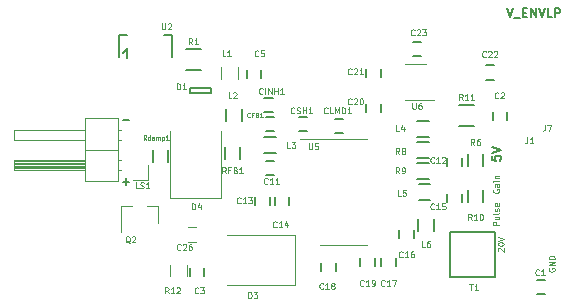
<source format=gbr>
G04 #@! TF.FileFunction,Legend,Top*
%FSLAX46Y46*%
G04 Gerber Fmt 4.6, Leading zero omitted, Abs format (unit mm)*
G04 Created by KiCad (PCBNEW 4.0.6) date Monday, October 02, 2017 'PMt' 03:48:25 PM*
%MOMM*%
%LPD*%
G01*
G04 APERTURE LIST*
%ADD10C,0.100000*%
%ADD11C,0.127000*%
%ADD12C,0.101600*%
%ADD13C,0.150000*%
%ADD14C,0.120000*%
%ADD15C,0.076200*%
G04 APERTURE END LIST*
D10*
D11*
X129122715Y-97844429D02*
X129703286Y-97844429D01*
X129122715Y-103051429D02*
X129703286Y-103051429D01*
X129413000Y-103341714D02*
X129413000Y-102761143D01*
D12*
X165227000Y-110369047D02*
X165202810Y-110417428D01*
X165202810Y-110490000D01*
X165227000Y-110562571D01*
X165275381Y-110610952D01*
X165323762Y-110635143D01*
X165420524Y-110659333D01*
X165493095Y-110659333D01*
X165589857Y-110635143D01*
X165638238Y-110610952D01*
X165686619Y-110562571D01*
X165710810Y-110490000D01*
X165710810Y-110441619D01*
X165686619Y-110369047D01*
X165662429Y-110344857D01*
X165493095Y-110344857D01*
X165493095Y-110441619D01*
X165710810Y-110127143D02*
X165202810Y-110127143D01*
X165710810Y-109836857D01*
X165202810Y-109836857D01*
X165710810Y-109594953D02*
X165202810Y-109594953D01*
X165202810Y-109474000D01*
X165227000Y-109401429D01*
X165275381Y-109353048D01*
X165323762Y-109328857D01*
X165420524Y-109304667D01*
X165493095Y-109304667D01*
X165589857Y-109328857D01*
X165638238Y-109353048D01*
X165686619Y-109401429D01*
X165710810Y-109474000D01*
X165710810Y-109594953D01*
X160933190Y-108935762D02*
X160909000Y-108911572D01*
X160884810Y-108863191D01*
X160884810Y-108742238D01*
X160909000Y-108693857D01*
X160933190Y-108669667D01*
X160981571Y-108645476D01*
X161029952Y-108645476D01*
X161102524Y-108669667D01*
X161392810Y-108959953D01*
X161392810Y-108645476D01*
X160884810Y-108331000D02*
X160884810Y-108282619D01*
X160909000Y-108234238D01*
X160933190Y-108210047D01*
X160981571Y-108185857D01*
X161078333Y-108161666D01*
X161199286Y-108161666D01*
X161296048Y-108185857D01*
X161344429Y-108210047D01*
X161368619Y-108234238D01*
X161392810Y-108282619D01*
X161392810Y-108331000D01*
X161368619Y-108379381D01*
X161344429Y-108403571D01*
X161296048Y-108427762D01*
X161199286Y-108451952D01*
X161078333Y-108451952D01*
X160981571Y-108427762D01*
X160933190Y-108403571D01*
X160909000Y-108379381D01*
X160884810Y-108331000D01*
X160884810Y-108016523D02*
X161392810Y-107847190D01*
X160884810Y-107677856D01*
X161011810Y-106710238D02*
X160503810Y-106710238D01*
X160503810Y-106516714D01*
X160528000Y-106468333D01*
X160552190Y-106444142D01*
X160600571Y-106419952D01*
X160673143Y-106419952D01*
X160721524Y-106444142D01*
X160745714Y-106468333D01*
X160769905Y-106516714D01*
X160769905Y-106710238D01*
X160673143Y-105984523D02*
X161011810Y-105984523D01*
X160673143Y-106202238D02*
X160939238Y-106202238D01*
X160987619Y-106178047D01*
X161011810Y-106129666D01*
X161011810Y-106057095D01*
X160987619Y-106008714D01*
X160963429Y-105984523D01*
X161011810Y-105670047D02*
X160987619Y-105718428D01*
X160939238Y-105742619D01*
X160503810Y-105742619D01*
X160987619Y-105500714D02*
X161011810Y-105452333D01*
X161011810Y-105355571D01*
X160987619Y-105307190D01*
X160939238Y-105283000D01*
X160915048Y-105283000D01*
X160866667Y-105307190D01*
X160842476Y-105355571D01*
X160842476Y-105428143D01*
X160818286Y-105476524D01*
X160769905Y-105500714D01*
X160745714Y-105500714D01*
X160697333Y-105476524D01*
X160673143Y-105428143D01*
X160673143Y-105355571D01*
X160697333Y-105307190D01*
X160987619Y-104871762D02*
X161011810Y-104920143D01*
X161011810Y-105016905D01*
X160987619Y-105065286D01*
X160939238Y-105089476D01*
X160745714Y-105089476D01*
X160697333Y-105065286D01*
X160673143Y-105016905D01*
X160673143Y-104920143D01*
X160697333Y-104871762D01*
X160745714Y-104847571D01*
X160794095Y-104847571D01*
X160842476Y-105089476D01*
X160528000Y-103698523D02*
X160503810Y-103746904D01*
X160503810Y-103819476D01*
X160528000Y-103892047D01*
X160576381Y-103940428D01*
X160624762Y-103964619D01*
X160721524Y-103988809D01*
X160794095Y-103988809D01*
X160890857Y-103964619D01*
X160939238Y-103940428D01*
X160987619Y-103892047D01*
X161011810Y-103819476D01*
X161011810Y-103771095D01*
X160987619Y-103698523D01*
X160963429Y-103674333D01*
X160794095Y-103674333D01*
X160794095Y-103771095D01*
X161011810Y-103238904D02*
X160745714Y-103238904D01*
X160697333Y-103263095D01*
X160673143Y-103311476D01*
X160673143Y-103408238D01*
X160697333Y-103456619D01*
X160987619Y-103238904D02*
X161011810Y-103287285D01*
X161011810Y-103408238D01*
X160987619Y-103456619D01*
X160939238Y-103480809D01*
X160890857Y-103480809D01*
X160842476Y-103456619D01*
X160818286Y-103408238D01*
X160818286Y-103287285D01*
X160794095Y-103238904D01*
X161011810Y-102997000D02*
X160673143Y-102997000D01*
X160503810Y-102997000D02*
X160528000Y-103021190D01*
X160552190Y-102997000D01*
X160528000Y-102972809D01*
X160503810Y-102997000D01*
X160552190Y-102997000D01*
X160673143Y-102755095D02*
X161011810Y-102755095D01*
X160721524Y-102755095D02*
X160697333Y-102730904D01*
X160673143Y-102682523D01*
X160673143Y-102609952D01*
X160697333Y-102561571D01*
X160745714Y-102537380D01*
X161011810Y-102537380D01*
D11*
X160364714Y-100856142D02*
X160364714Y-101218999D01*
X160727571Y-101255285D01*
X160691286Y-101218999D01*
X160655000Y-101146428D01*
X160655000Y-100964999D01*
X160691286Y-100892428D01*
X160727571Y-100856142D01*
X160800143Y-100819857D01*
X160981571Y-100819857D01*
X161054143Y-100856142D01*
X161090429Y-100892428D01*
X161126714Y-100964999D01*
X161126714Y-101146428D01*
X161090429Y-101218999D01*
X161054143Y-101255285D01*
X160364714Y-100602143D02*
X161126714Y-100348143D01*
X160364714Y-100094143D01*
X161652857Y-88355714D02*
X161906857Y-89117714D01*
X162160857Y-88355714D01*
X162233429Y-89190286D02*
X162814000Y-89190286D01*
X162995429Y-88718571D02*
X163249429Y-88718571D01*
X163358286Y-89117714D02*
X162995429Y-89117714D01*
X162995429Y-88355714D01*
X163358286Y-88355714D01*
X163684858Y-89117714D02*
X163684858Y-88355714D01*
X164120286Y-89117714D01*
X164120286Y-88355714D01*
X164374286Y-88355714D02*
X164628286Y-89117714D01*
X164882286Y-88355714D01*
X165499144Y-89117714D02*
X165136287Y-89117714D01*
X165136287Y-88355714D01*
X165753144Y-89117714D02*
X165753144Y-88355714D01*
X166043429Y-88355714D01*
X166116001Y-88392000D01*
X166152286Y-88428286D01*
X166188572Y-88500857D01*
X166188572Y-88609714D01*
X166152286Y-88682286D01*
X166116001Y-88718571D01*
X166043429Y-88754857D01*
X165753144Y-88754857D01*
D13*
X154059000Y-99655000D02*
X155059000Y-99655000D01*
X155059000Y-101005000D02*
X154059000Y-101005000D01*
D14*
X145828000Y-108386000D02*
X149828000Y-108386000D01*
X144138000Y-99436000D02*
X149828000Y-99436000D01*
D13*
X134528000Y-91835000D02*
X135728000Y-91835000D01*
X135728000Y-93585000D02*
X134528000Y-93585000D01*
X139671500Y-94266500D02*
X139671500Y-93566500D01*
X140871500Y-93566500D02*
X140871500Y-94266500D01*
X129164080Y-92148660D02*
X129413000Y-91848940D01*
X129413000Y-91848940D02*
X129514600Y-91699080D01*
X129514600Y-91699080D02*
X129514600Y-92547440D01*
X128813560Y-90647520D02*
X128813560Y-92448380D01*
X128813560Y-90647520D02*
X129463800Y-90647520D01*
X133314440Y-90647520D02*
X133314440Y-92448380D01*
X133314440Y-90647520D02*
X132664200Y-90647520D01*
X134799500Y-95513500D02*
X136599500Y-95513500D01*
X136599500Y-95513500D02*
X136599500Y-95113500D01*
X136599500Y-95113500D02*
X134799500Y-95113500D01*
X134799500Y-95113500D02*
X134799500Y-95513500D01*
X141967000Y-102454000D02*
X141267000Y-102454000D01*
X141267000Y-101254000D02*
X141967000Y-101254000D01*
X156626000Y-101696000D02*
X156626000Y-100996000D01*
X157826000Y-100996000D02*
X157826000Y-101696000D01*
X141570000Y-104298000D02*
X141570000Y-104998000D01*
X140370000Y-104998000D02*
X140370000Y-104298000D01*
X143221000Y-104298000D02*
X143221000Y-104998000D01*
X142021000Y-104998000D02*
X142021000Y-104298000D01*
X156626000Y-104744000D02*
X156626000Y-104044000D01*
X157826000Y-104044000D02*
X157826000Y-104744000D01*
X153762000Y-107092000D02*
X153762000Y-107792000D01*
X152562000Y-107792000D02*
X152562000Y-107092000D01*
X152238000Y-109505000D02*
X152238000Y-110205000D01*
X151038000Y-110205000D02*
X151038000Y-109505000D01*
X147158000Y-109886000D02*
X147158000Y-110586000D01*
X145958000Y-110586000D02*
X145958000Y-109886000D01*
X150460000Y-109505000D02*
X150460000Y-110205000D01*
X149260000Y-110205000D02*
X149260000Y-109505000D01*
X149768000Y-97124000D02*
X149768000Y-96424000D01*
X150968000Y-96424000D02*
X150968000Y-97124000D01*
X149768000Y-94203000D02*
X149768000Y-93503000D01*
X150968000Y-93503000D02*
X150968000Y-94203000D01*
X160560500Y-94389500D02*
X159860500Y-94389500D01*
X159860500Y-93189500D02*
X160560500Y-93189500D01*
X153701000Y-91221000D02*
X154401000Y-91221000D01*
X154401000Y-92421000D02*
X153701000Y-92421000D01*
X141955000Y-98771000D02*
X141255000Y-98771000D01*
X141255000Y-97571000D02*
X141955000Y-97571000D01*
X141128000Y-95920000D02*
X141828000Y-95920000D01*
X141828000Y-97120000D02*
X141128000Y-97120000D01*
X147797000Y-98898000D02*
X147097000Y-98898000D01*
X147097000Y-97698000D02*
X147797000Y-97698000D01*
X144049000Y-97571000D02*
X144749000Y-97571000D01*
X144749000Y-98771000D02*
X144049000Y-98771000D01*
X137882000Y-97909000D02*
X137882000Y-96909000D01*
X139232000Y-96909000D02*
X139232000Y-97909000D01*
X142117000Y-100624000D02*
X141117000Y-100624000D01*
X141117000Y-99274000D02*
X142117000Y-99274000D01*
X155059000Y-99227000D02*
X154059000Y-99227000D01*
X154059000Y-97877000D02*
X155059000Y-97877000D01*
X155186000Y-104561000D02*
X154186000Y-104561000D01*
X154186000Y-103211000D02*
X155186000Y-103211000D01*
X154138000Y-107180000D02*
X154138000Y-106180000D01*
X155488000Y-106180000D02*
X155488000Y-107180000D01*
X158329000Y-101719000D02*
X158329000Y-100719000D01*
X159679000Y-100719000D02*
X159679000Y-101719000D01*
X154059000Y-101433000D02*
X155059000Y-101433000D01*
X155059000Y-102783000D02*
X154059000Y-102783000D01*
X158329000Y-104767000D02*
X158329000Y-103767000D01*
X159679000Y-103767000D02*
X159679000Y-104767000D01*
X158842000Y-98284000D02*
X157642000Y-98284000D01*
X157642000Y-96534000D02*
X158842000Y-96534000D01*
X137755000Y-101084000D02*
X137755000Y-100084000D01*
X139105000Y-100084000D02*
X139105000Y-101084000D01*
D14*
X154804000Y-93055000D02*
X153044000Y-93055000D01*
X153044000Y-96125000D02*
X155474000Y-96125000D01*
D13*
X160655000Y-111125000D02*
X160655000Y-107315000D01*
X156845000Y-107315000D02*
X160655000Y-107315000D01*
X156845000Y-111125000D02*
X156845000Y-107315000D01*
X160655000Y-111125000D02*
X156845000Y-111125000D01*
D14*
X138856000Y-93353000D02*
X138856000Y-94353000D01*
X137496000Y-94353000D02*
X137496000Y-93353000D01*
X134651000Y-106905500D02*
X135351000Y-106905500D01*
X135351000Y-108105500D02*
X134651000Y-108105500D01*
X143694500Y-111814500D02*
X143694500Y-107514500D01*
X143694500Y-107514500D02*
X137994500Y-107514500D01*
X143694500Y-111814500D02*
X137994500Y-111814500D01*
X133168500Y-104451500D02*
X137468500Y-104451500D01*
X137468500Y-104451500D02*
X137468500Y-98751500D01*
X133168500Y-104451500D02*
X133168500Y-98751500D01*
X132136000Y-105094500D02*
X131206000Y-105094500D01*
X128976000Y-105094500D02*
X129906000Y-105094500D01*
X128976000Y-105094500D02*
X128976000Y-107254500D01*
X132136000Y-105094500D02*
X132136000Y-106554500D01*
X134538000Y-110053500D02*
X134538000Y-111053500D01*
X133178000Y-111053500D02*
X133178000Y-110053500D01*
D13*
X164178500Y-111350500D02*
X164878500Y-111350500D01*
X164878500Y-112550500D02*
X164178500Y-112550500D01*
X160499500Y-97822500D02*
X160499500Y-97122500D01*
X161699500Y-97122500D02*
X161699500Y-97822500D01*
X134845500Y-111030500D02*
X134845500Y-110330500D01*
X136045500Y-110330500D02*
X136045500Y-111030500D01*
D14*
X128704500Y-102990000D02*
X128704500Y-100330000D01*
X128704500Y-100330000D02*
X125964500Y-100330000D01*
X125964500Y-100330000D02*
X125964500Y-102990000D01*
X125964500Y-102990000D02*
X128704500Y-102990000D01*
X125964500Y-102040000D02*
X125964500Y-101160000D01*
X125964500Y-101160000D02*
X119964500Y-101160000D01*
X119964500Y-101160000D02*
X119964500Y-102040000D01*
X119964500Y-102040000D02*
X125964500Y-102040000D01*
X129014500Y-102040000D02*
X128704500Y-102040000D01*
X129014500Y-101160000D02*
X128704500Y-101160000D01*
X125964500Y-101920000D02*
X119964500Y-101920000D01*
X125964500Y-101800000D02*
X119964500Y-101800000D01*
X125964500Y-101680000D02*
X119964500Y-101680000D01*
X125964500Y-101560000D02*
X119964500Y-101560000D01*
X125964500Y-101440000D02*
X119964500Y-101440000D01*
X125964500Y-101320000D02*
X119964500Y-101320000D01*
X125964500Y-101200000D02*
X119964500Y-101200000D01*
X128704500Y-100330000D02*
X128704500Y-97670000D01*
X128704500Y-97670000D02*
X125964500Y-97670000D01*
X125964500Y-97670000D02*
X125964500Y-100330000D01*
X125964500Y-100330000D02*
X128704500Y-100330000D01*
X125964500Y-99500000D02*
X125964500Y-98620000D01*
X125964500Y-98620000D02*
X119964500Y-98620000D01*
X119964500Y-98620000D02*
X119964500Y-99500000D01*
X119964500Y-99500000D02*
X125964500Y-99500000D01*
X129014500Y-99500000D02*
X128704500Y-99500000D01*
X129014500Y-98620000D02*
X128704500Y-98620000D01*
X131254500Y-101600000D02*
X131254500Y-102870000D01*
X131254500Y-102870000D02*
X129984500Y-102870000D01*
D13*
X133009000Y-100338000D02*
X133009000Y-101338000D01*
X131659000Y-101338000D02*
X131659000Y-100338000D01*
D12*
X152569333Y-100686810D02*
X152400000Y-100444905D01*
X152279047Y-100686810D02*
X152279047Y-100178810D01*
X152472571Y-100178810D01*
X152520952Y-100203000D01*
X152545143Y-100227190D01*
X152569333Y-100275571D01*
X152569333Y-100348143D01*
X152545143Y-100396524D01*
X152520952Y-100420714D01*
X152472571Y-100444905D01*
X152279047Y-100444905D01*
X152859619Y-100396524D02*
X152811238Y-100372333D01*
X152787047Y-100348143D01*
X152762857Y-100299762D01*
X152762857Y-100275571D01*
X152787047Y-100227190D01*
X152811238Y-100203000D01*
X152859619Y-100178810D01*
X152956381Y-100178810D01*
X153004762Y-100203000D01*
X153028952Y-100227190D01*
X153053143Y-100275571D01*
X153053143Y-100299762D01*
X153028952Y-100348143D01*
X153004762Y-100372333D01*
X152956381Y-100396524D01*
X152859619Y-100396524D01*
X152811238Y-100420714D01*
X152787047Y-100444905D01*
X152762857Y-100493286D01*
X152762857Y-100590048D01*
X152787047Y-100638429D01*
X152811238Y-100662619D01*
X152859619Y-100686810D01*
X152956381Y-100686810D01*
X153004762Y-100662619D01*
X153028952Y-100638429D01*
X153053143Y-100590048D01*
X153053143Y-100493286D01*
X153028952Y-100444905D01*
X153004762Y-100420714D01*
X152956381Y-100396524D01*
X144900952Y-99797810D02*
X144900952Y-100209048D01*
X144925143Y-100257429D01*
X144949333Y-100281619D01*
X144997714Y-100305810D01*
X145094476Y-100305810D01*
X145142857Y-100281619D01*
X145167048Y-100257429D01*
X145191238Y-100209048D01*
X145191238Y-99797810D01*
X145675047Y-99797810D02*
X145433142Y-99797810D01*
X145408952Y-100039714D01*
X145433142Y-100015524D01*
X145481523Y-99991333D01*
X145602476Y-99991333D01*
X145650857Y-100015524D01*
X145675047Y-100039714D01*
X145699238Y-100088095D01*
X145699238Y-100209048D01*
X145675047Y-100257429D01*
X145650857Y-100281619D01*
X145602476Y-100305810D01*
X145481523Y-100305810D01*
X145433142Y-100281619D01*
X145408952Y-100257429D01*
X135043333Y-91415810D02*
X134874000Y-91173905D01*
X134753047Y-91415810D02*
X134753047Y-90907810D01*
X134946571Y-90907810D01*
X134994952Y-90932000D01*
X135019143Y-90956190D01*
X135043333Y-91004571D01*
X135043333Y-91077143D01*
X135019143Y-91125524D01*
X134994952Y-91149714D01*
X134946571Y-91173905D01*
X134753047Y-91173905D01*
X135527143Y-91415810D02*
X135236857Y-91415810D01*
X135382000Y-91415810D02*
X135382000Y-90907810D01*
X135333619Y-90980381D01*
X135285238Y-91028762D01*
X135236857Y-91052952D01*
X140631333Y-92383429D02*
X140607143Y-92407619D01*
X140534571Y-92431810D01*
X140486190Y-92431810D01*
X140413619Y-92407619D01*
X140365238Y-92359238D01*
X140341047Y-92310857D01*
X140316857Y-92214095D01*
X140316857Y-92141524D01*
X140341047Y-92044762D01*
X140365238Y-91996381D01*
X140413619Y-91948000D01*
X140486190Y-91923810D01*
X140534571Y-91923810D01*
X140607143Y-91948000D01*
X140631333Y-91972190D01*
X141090952Y-91923810D02*
X140849047Y-91923810D01*
X140824857Y-92165714D01*
X140849047Y-92141524D01*
X140897428Y-92117333D01*
X141018381Y-92117333D01*
X141066762Y-92141524D01*
X141090952Y-92165714D01*
X141115143Y-92214095D01*
X141115143Y-92335048D01*
X141090952Y-92383429D01*
X141066762Y-92407619D01*
X141018381Y-92431810D01*
X140897428Y-92431810D01*
X140849047Y-92407619D01*
X140824857Y-92383429D01*
X132454952Y-89637810D02*
X132454952Y-90049048D01*
X132479143Y-90097429D01*
X132503333Y-90121619D01*
X132551714Y-90145810D01*
X132648476Y-90145810D01*
X132696857Y-90121619D01*
X132721048Y-90097429D01*
X132745238Y-90049048D01*
X132745238Y-89637810D01*
X132962952Y-89686190D02*
X132987142Y-89662000D01*
X133035523Y-89637810D01*
X133156476Y-89637810D01*
X133204857Y-89662000D01*
X133229047Y-89686190D01*
X133253238Y-89734571D01*
X133253238Y-89782952D01*
X133229047Y-89855524D01*
X132938761Y-90145810D01*
X133253238Y-90145810D01*
X133737047Y-95225810D02*
X133737047Y-94717810D01*
X133858000Y-94717810D01*
X133930571Y-94742000D01*
X133978952Y-94790381D01*
X134003143Y-94838762D01*
X134027333Y-94935524D01*
X134027333Y-95008095D01*
X134003143Y-95104857D01*
X133978952Y-95153238D01*
X133930571Y-95201619D01*
X133858000Y-95225810D01*
X133737047Y-95225810D01*
X134511143Y-95225810D02*
X134220857Y-95225810D01*
X134366000Y-95225810D02*
X134366000Y-94717810D01*
X134317619Y-94790381D01*
X134269238Y-94838762D01*
X134220857Y-94862952D01*
X141405428Y-103178429D02*
X141381238Y-103202619D01*
X141308666Y-103226810D01*
X141260285Y-103226810D01*
X141187714Y-103202619D01*
X141139333Y-103154238D01*
X141115142Y-103105857D01*
X141090952Y-103009095D01*
X141090952Y-102936524D01*
X141115142Y-102839762D01*
X141139333Y-102791381D01*
X141187714Y-102743000D01*
X141260285Y-102718810D01*
X141308666Y-102718810D01*
X141381238Y-102743000D01*
X141405428Y-102767190D01*
X141889238Y-103226810D02*
X141598952Y-103226810D01*
X141744095Y-103226810D02*
X141744095Y-102718810D01*
X141695714Y-102791381D01*
X141647333Y-102839762D01*
X141598952Y-102863952D01*
X142373048Y-103226810D02*
X142082762Y-103226810D01*
X142227905Y-103226810D02*
X142227905Y-102718810D01*
X142179524Y-102791381D01*
X142131143Y-102839762D01*
X142082762Y-102863952D01*
X155502428Y-101400429D02*
X155478238Y-101424619D01*
X155405666Y-101448810D01*
X155357285Y-101448810D01*
X155284714Y-101424619D01*
X155236333Y-101376238D01*
X155212142Y-101327857D01*
X155187952Y-101231095D01*
X155187952Y-101158524D01*
X155212142Y-101061762D01*
X155236333Y-101013381D01*
X155284714Y-100965000D01*
X155357285Y-100940810D01*
X155405666Y-100940810D01*
X155478238Y-100965000D01*
X155502428Y-100989190D01*
X155986238Y-101448810D02*
X155695952Y-101448810D01*
X155841095Y-101448810D02*
X155841095Y-100940810D01*
X155792714Y-101013381D01*
X155744333Y-101061762D01*
X155695952Y-101085952D01*
X156179762Y-100989190D02*
X156203952Y-100965000D01*
X156252333Y-100940810D01*
X156373286Y-100940810D01*
X156421667Y-100965000D01*
X156445857Y-100989190D01*
X156470048Y-101037571D01*
X156470048Y-101085952D01*
X156445857Y-101158524D01*
X156155571Y-101448810D01*
X156470048Y-101448810D01*
X139119428Y-104829429D02*
X139095238Y-104853619D01*
X139022666Y-104877810D01*
X138974285Y-104877810D01*
X138901714Y-104853619D01*
X138853333Y-104805238D01*
X138829142Y-104756857D01*
X138804952Y-104660095D01*
X138804952Y-104587524D01*
X138829142Y-104490762D01*
X138853333Y-104442381D01*
X138901714Y-104394000D01*
X138974285Y-104369810D01*
X139022666Y-104369810D01*
X139095238Y-104394000D01*
X139119428Y-104418190D01*
X139603238Y-104877810D02*
X139312952Y-104877810D01*
X139458095Y-104877810D02*
X139458095Y-104369810D01*
X139409714Y-104442381D01*
X139361333Y-104490762D01*
X139312952Y-104514952D01*
X139772571Y-104369810D02*
X140087048Y-104369810D01*
X139917714Y-104563333D01*
X139990286Y-104563333D01*
X140038667Y-104587524D01*
X140062857Y-104611714D01*
X140087048Y-104660095D01*
X140087048Y-104781048D01*
X140062857Y-104829429D01*
X140038667Y-104853619D01*
X139990286Y-104877810D01*
X139845143Y-104877810D01*
X139796762Y-104853619D01*
X139772571Y-104829429D01*
X142167428Y-106861429D02*
X142143238Y-106885619D01*
X142070666Y-106909810D01*
X142022285Y-106909810D01*
X141949714Y-106885619D01*
X141901333Y-106837238D01*
X141877142Y-106788857D01*
X141852952Y-106692095D01*
X141852952Y-106619524D01*
X141877142Y-106522762D01*
X141901333Y-106474381D01*
X141949714Y-106426000D01*
X142022285Y-106401810D01*
X142070666Y-106401810D01*
X142143238Y-106426000D01*
X142167428Y-106450190D01*
X142651238Y-106909810D02*
X142360952Y-106909810D01*
X142506095Y-106909810D02*
X142506095Y-106401810D01*
X142457714Y-106474381D01*
X142409333Y-106522762D01*
X142360952Y-106546952D01*
X143086667Y-106571143D02*
X143086667Y-106909810D01*
X142965714Y-106377619D02*
X142844762Y-106740476D01*
X143159238Y-106740476D01*
X155502428Y-105337429D02*
X155478238Y-105361619D01*
X155405666Y-105385810D01*
X155357285Y-105385810D01*
X155284714Y-105361619D01*
X155236333Y-105313238D01*
X155212142Y-105264857D01*
X155187952Y-105168095D01*
X155187952Y-105095524D01*
X155212142Y-104998762D01*
X155236333Y-104950381D01*
X155284714Y-104902000D01*
X155357285Y-104877810D01*
X155405666Y-104877810D01*
X155478238Y-104902000D01*
X155502428Y-104926190D01*
X155986238Y-105385810D02*
X155695952Y-105385810D01*
X155841095Y-105385810D02*
X155841095Y-104877810D01*
X155792714Y-104950381D01*
X155744333Y-104998762D01*
X155695952Y-105022952D01*
X156445857Y-104877810D02*
X156203952Y-104877810D01*
X156179762Y-105119714D01*
X156203952Y-105095524D01*
X156252333Y-105071333D01*
X156373286Y-105071333D01*
X156421667Y-105095524D01*
X156445857Y-105119714D01*
X156470048Y-105168095D01*
X156470048Y-105289048D01*
X156445857Y-105337429D01*
X156421667Y-105361619D01*
X156373286Y-105385810D01*
X156252333Y-105385810D01*
X156203952Y-105361619D01*
X156179762Y-105337429D01*
X152835428Y-109401429D02*
X152811238Y-109425619D01*
X152738666Y-109449810D01*
X152690285Y-109449810D01*
X152617714Y-109425619D01*
X152569333Y-109377238D01*
X152545142Y-109328857D01*
X152520952Y-109232095D01*
X152520952Y-109159524D01*
X152545142Y-109062762D01*
X152569333Y-109014381D01*
X152617714Y-108966000D01*
X152690285Y-108941810D01*
X152738666Y-108941810D01*
X152811238Y-108966000D01*
X152835428Y-108990190D01*
X153319238Y-109449810D02*
X153028952Y-109449810D01*
X153174095Y-109449810D02*
X153174095Y-108941810D01*
X153125714Y-109014381D01*
X153077333Y-109062762D01*
X153028952Y-109086952D01*
X153754667Y-108941810D02*
X153657905Y-108941810D01*
X153609524Y-108966000D01*
X153585333Y-108990190D01*
X153536952Y-109062762D01*
X153512762Y-109159524D01*
X153512762Y-109353048D01*
X153536952Y-109401429D01*
X153561143Y-109425619D01*
X153609524Y-109449810D01*
X153706286Y-109449810D01*
X153754667Y-109425619D01*
X153778857Y-109401429D01*
X153803048Y-109353048D01*
X153803048Y-109232095D01*
X153778857Y-109183714D01*
X153754667Y-109159524D01*
X153706286Y-109135333D01*
X153609524Y-109135333D01*
X153561143Y-109159524D01*
X153536952Y-109183714D01*
X153512762Y-109232095D01*
X151311428Y-111814429D02*
X151287238Y-111838619D01*
X151214666Y-111862810D01*
X151166285Y-111862810D01*
X151093714Y-111838619D01*
X151045333Y-111790238D01*
X151021142Y-111741857D01*
X150996952Y-111645095D01*
X150996952Y-111572524D01*
X151021142Y-111475762D01*
X151045333Y-111427381D01*
X151093714Y-111379000D01*
X151166285Y-111354810D01*
X151214666Y-111354810D01*
X151287238Y-111379000D01*
X151311428Y-111403190D01*
X151795238Y-111862810D02*
X151504952Y-111862810D01*
X151650095Y-111862810D02*
X151650095Y-111354810D01*
X151601714Y-111427381D01*
X151553333Y-111475762D01*
X151504952Y-111499952D01*
X151964571Y-111354810D02*
X152303238Y-111354810D01*
X152085524Y-111862810D01*
X146104428Y-112068429D02*
X146080238Y-112092619D01*
X146007666Y-112116810D01*
X145959285Y-112116810D01*
X145886714Y-112092619D01*
X145838333Y-112044238D01*
X145814142Y-111995857D01*
X145789952Y-111899095D01*
X145789952Y-111826524D01*
X145814142Y-111729762D01*
X145838333Y-111681381D01*
X145886714Y-111633000D01*
X145959285Y-111608810D01*
X146007666Y-111608810D01*
X146080238Y-111633000D01*
X146104428Y-111657190D01*
X146588238Y-112116810D02*
X146297952Y-112116810D01*
X146443095Y-112116810D02*
X146443095Y-111608810D01*
X146394714Y-111681381D01*
X146346333Y-111729762D01*
X146297952Y-111753952D01*
X146878524Y-111826524D02*
X146830143Y-111802333D01*
X146805952Y-111778143D01*
X146781762Y-111729762D01*
X146781762Y-111705571D01*
X146805952Y-111657190D01*
X146830143Y-111633000D01*
X146878524Y-111608810D01*
X146975286Y-111608810D01*
X147023667Y-111633000D01*
X147047857Y-111657190D01*
X147072048Y-111705571D01*
X147072048Y-111729762D01*
X147047857Y-111778143D01*
X147023667Y-111802333D01*
X146975286Y-111826524D01*
X146878524Y-111826524D01*
X146830143Y-111850714D01*
X146805952Y-111874905D01*
X146781762Y-111923286D01*
X146781762Y-112020048D01*
X146805952Y-112068429D01*
X146830143Y-112092619D01*
X146878524Y-112116810D01*
X146975286Y-112116810D01*
X147023667Y-112092619D01*
X147047857Y-112068429D01*
X147072048Y-112020048D01*
X147072048Y-111923286D01*
X147047857Y-111874905D01*
X147023667Y-111850714D01*
X146975286Y-111826524D01*
X149533428Y-111814429D02*
X149509238Y-111838619D01*
X149436666Y-111862810D01*
X149388285Y-111862810D01*
X149315714Y-111838619D01*
X149267333Y-111790238D01*
X149243142Y-111741857D01*
X149218952Y-111645095D01*
X149218952Y-111572524D01*
X149243142Y-111475762D01*
X149267333Y-111427381D01*
X149315714Y-111379000D01*
X149388285Y-111354810D01*
X149436666Y-111354810D01*
X149509238Y-111379000D01*
X149533428Y-111403190D01*
X150017238Y-111862810D02*
X149726952Y-111862810D01*
X149872095Y-111862810D02*
X149872095Y-111354810D01*
X149823714Y-111427381D01*
X149775333Y-111475762D01*
X149726952Y-111499952D01*
X150259143Y-111862810D02*
X150355905Y-111862810D01*
X150404286Y-111838619D01*
X150428476Y-111814429D01*
X150476857Y-111741857D01*
X150501048Y-111645095D01*
X150501048Y-111451571D01*
X150476857Y-111403190D01*
X150452667Y-111379000D01*
X150404286Y-111354810D01*
X150307524Y-111354810D01*
X150259143Y-111379000D01*
X150234952Y-111403190D01*
X150210762Y-111451571D01*
X150210762Y-111572524D01*
X150234952Y-111620905D01*
X150259143Y-111645095D01*
X150307524Y-111669286D01*
X150404286Y-111669286D01*
X150452667Y-111645095D01*
X150476857Y-111620905D01*
X150501048Y-111572524D01*
X148517428Y-96447429D02*
X148493238Y-96471619D01*
X148420666Y-96495810D01*
X148372285Y-96495810D01*
X148299714Y-96471619D01*
X148251333Y-96423238D01*
X148227142Y-96374857D01*
X148202952Y-96278095D01*
X148202952Y-96205524D01*
X148227142Y-96108762D01*
X148251333Y-96060381D01*
X148299714Y-96012000D01*
X148372285Y-95987810D01*
X148420666Y-95987810D01*
X148493238Y-96012000D01*
X148517428Y-96036190D01*
X148710952Y-96036190D02*
X148735142Y-96012000D01*
X148783523Y-95987810D01*
X148904476Y-95987810D01*
X148952857Y-96012000D01*
X148977047Y-96036190D01*
X149001238Y-96084571D01*
X149001238Y-96132952D01*
X148977047Y-96205524D01*
X148686761Y-96495810D01*
X149001238Y-96495810D01*
X149315714Y-95987810D02*
X149364095Y-95987810D01*
X149412476Y-96012000D01*
X149436667Y-96036190D01*
X149460857Y-96084571D01*
X149485048Y-96181333D01*
X149485048Y-96302286D01*
X149460857Y-96399048D01*
X149436667Y-96447429D01*
X149412476Y-96471619D01*
X149364095Y-96495810D01*
X149315714Y-96495810D01*
X149267333Y-96471619D01*
X149243143Y-96447429D01*
X149218952Y-96399048D01*
X149194762Y-96302286D01*
X149194762Y-96181333D01*
X149218952Y-96084571D01*
X149243143Y-96036190D01*
X149267333Y-96012000D01*
X149315714Y-95987810D01*
X148517428Y-93907429D02*
X148493238Y-93931619D01*
X148420666Y-93955810D01*
X148372285Y-93955810D01*
X148299714Y-93931619D01*
X148251333Y-93883238D01*
X148227142Y-93834857D01*
X148202952Y-93738095D01*
X148202952Y-93665524D01*
X148227142Y-93568762D01*
X148251333Y-93520381D01*
X148299714Y-93472000D01*
X148372285Y-93447810D01*
X148420666Y-93447810D01*
X148493238Y-93472000D01*
X148517428Y-93496190D01*
X148710952Y-93496190D02*
X148735142Y-93472000D01*
X148783523Y-93447810D01*
X148904476Y-93447810D01*
X148952857Y-93472000D01*
X148977047Y-93496190D01*
X149001238Y-93544571D01*
X149001238Y-93592952D01*
X148977047Y-93665524D01*
X148686761Y-93955810D01*
X149001238Y-93955810D01*
X149485048Y-93955810D02*
X149194762Y-93955810D01*
X149339905Y-93955810D02*
X149339905Y-93447810D01*
X149291524Y-93520381D01*
X149243143Y-93568762D01*
X149194762Y-93592952D01*
X159883928Y-92446929D02*
X159859738Y-92471119D01*
X159787166Y-92495310D01*
X159738785Y-92495310D01*
X159666214Y-92471119D01*
X159617833Y-92422738D01*
X159593642Y-92374357D01*
X159569452Y-92277595D01*
X159569452Y-92205024D01*
X159593642Y-92108262D01*
X159617833Y-92059881D01*
X159666214Y-92011500D01*
X159738785Y-91987310D01*
X159787166Y-91987310D01*
X159859738Y-92011500D01*
X159883928Y-92035690D01*
X160077452Y-92035690D02*
X160101642Y-92011500D01*
X160150023Y-91987310D01*
X160270976Y-91987310D01*
X160319357Y-92011500D01*
X160343547Y-92035690D01*
X160367738Y-92084071D01*
X160367738Y-92132452D01*
X160343547Y-92205024D01*
X160053261Y-92495310D01*
X160367738Y-92495310D01*
X160561262Y-92035690D02*
X160585452Y-92011500D01*
X160633833Y-91987310D01*
X160754786Y-91987310D01*
X160803167Y-92011500D01*
X160827357Y-92035690D01*
X160851548Y-92084071D01*
X160851548Y-92132452D01*
X160827357Y-92205024D01*
X160537071Y-92495310D01*
X160851548Y-92495310D01*
X153851428Y-90605429D02*
X153827238Y-90629619D01*
X153754666Y-90653810D01*
X153706285Y-90653810D01*
X153633714Y-90629619D01*
X153585333Y-90581238D01*
X153561142Y-90532857D01*
X153536952Y-90436095D01*
X153536952Y-90363524D01*
X153561142Y-90266762D01*
X153585333Y-90218381D01*
X153633714Y-90170000D01*
X153706285Y-90145810D01*
X153754666Y-90145810D01*
X153827238Y-90170000D01*
X153851428Y-90194190D01*
X154044952Y-90194190D02*
X154069142Y-90170000D01*
X154117523Y-90145810D01*
X154238476Y-90145810D01*
X154286857Y-90170000D01*
X154311047Y-90194190D01*
X154335238Y-90242571D01*
X154335238Y-90290952D01*
X154311047Y-90363524D01*
X154020761Y-90653810D01*
X154335238Y-90653810D01*
X154504571Y-90145810D02*
X154819048Y-90145810D01*
X154649714Y-90339333D01*
X154722286Y-90339333D01*
X154770667Y-90363524D01*
X154794857Y-90387714D01*
X154819048Y-90436095D01*
X154819048Y-90557048D01*
X154794857Y-90605429D01*
X154770667Y-90629619D01*
X154722286Y-90653810D01*
X154577143Y-90653810D01*
X154528762Y-90629619D01*
X154504571Y-90605429D01*
D15*
X139917715Y-97545071D02*
X139899572Y-97563214D01*
X139845143Y-97581357D01*
X139808857Y-97581357D01*
X139754429Y-97563214D01*
X139718143Y-97526929D01*
X139700000Y-97490643D01*
X139681857Y-97418071D01*
X139681857Y-97363643D01*
X139700000Y-97291071D01*
X139718143Y-97254786D01*
X139754429Y-97218500D01*
X139808857Y-97200357D01*
X139845143Y-97200357D01*
X139899572Y-97218500D01*
X139917715Y-97236643D01*
X140208000Y-97381786D02*
X140081000Y-97381786D01*
X140081000Y-97581357D02*
X140081000Y-97200357D01*
X140262429Y-97200357D01*
X140534571Y-97381786D02*
X140589000Y-97399929D01*
X140607143Y-97418071D01*
X140625286Y-97454357D01*
X140625286Y-97508786D01*
X140607143Y-97545071D01*
X140589000Y-97563214D01*
X140552714Y-97581357D01*
X140407571Y-97581357D01*
X140407571Y-97200357D01*
X140534571Y-97200357D01*
X140570857Y-97218500D01*
X140589000Y-97236643D01*
X140607143Y-97272929D01*
X140607143Y-97309214D01*
X140589000Y-97345500D01*
X140570857Y-97363643D01*
X140534571Y-97381786D01*
X140407571Y-97381786D01*
X140988143Y-97581357D02*
X140770428Y-97581357D01*
X140879286Y-97581357D02*
X140879286Y-97200357D01*
X140843000Y-97254786D01*
X140806714Y-97291071D01*
X140770428Y-97309214D01*
D12*
X140994191Y-95558429D02*
X140970001Y-95582619D01*
X140897429Y-95606810D01*
X140849048Y-95606810D01*
X140776477Y-95582619D01*
X140728096Y-95534238D01*
X140703905Y-95485857D01*
X140679715Y-95389095D01*
X140679715Y-95316524D01*
X140703905Y-95219762D01*
X140728096Y-95171381D01*
X140776477Y-95123000D01*
X140849048Y-95098810D01*
X140897429Y-95098810D01*
X140970001Y-95123000D01*
X140994191Y-95147190D01*
X141211905Y-95606810D02*
X141211905Y-95098810D01*
X141453810Y-95606810D02*
X141453810Y-95098810D01*
X141744096Y-95606810D01*
X141744096Y-95098810D01*
X141986000Y-95606810D02*
X141986000Y-95098810D01*
X141986000Y-95340714D02*
X142276286Y-95340714D01*
X142276286Y-95606810D02*
X142276286Y-95098810D01*
X142784286Y-95606810D02*
X142494000Y-95606810D01*
X142639143Y-95606810D02*
X142639143Y-95098810D01*
X142590762Y-95171381D01*
X142542381Y-95219762D01*
X142494000Y-95243952D01*
X146485429Y-97209429D02*
X146461239Y-97233619D01*
X146388667Y-97257810D01*
X146340286Y-97257810D01*
X146267715Y-97233619D01*
X146219334Y-97185238D01*
X146195143Y-97136857D01*
X146170953Y-97040095D01*
X146170953Y-96967524D01*
X146195143Y-96870762D01*
X146219334Y-96822381D01*
X146267715Y-96774000D01*
X146340286Y-96749810D01*
X146388667Y-96749810D01*
X146461239Y-96774000D01*
X146485429Y-96798190D01*
X146945048Y-97257810D02*
X146703143Y-97257810D01*
X146703143Y-96749810D01*
X147114381Y-97257810D02*
X147114381Y-96749810D01*
X147283715Y-97112667D01*
X147453048Y-96749810D01*
X147453048Y-97257810D01*
X147694952Y-97257810D02*
X147694952Y-96749810D01*
X147815905Y-96749810D01*
X147888476Y-96774000D01*
X147936857Y-96822381D01*
X147961048Y-96870762D01*
X147985238Y-96967524D01*
X147985238Y-97040095D01*
X147961048Y-97136857D01*
X147936857Y-97185238D01*
X147888476Y-97233619D01*
X147815905Y-97257810D01*
X147694952Y-97257810D01*
X148469048Y-97257810D02*
X148178762Y-97257810D01*
X148323905Y-97257810D02*
X148323905Y-96749810D01*
X148275524Y-96822381D01*
X148227143Y-96870762D01*
X148178762Y-96894952D01*
X143679333Y-97209429D02*
X143655143Y-97233619D01*
X143582571Y-97257810D01*
X143534190Y-97257810D01*
X143461619Y-97233619D01*
X143413238Y-97185238D01*
X143389047Y-97136857D01*
X143364857Y-97040095D01*
X143364857Y-96967524D01*
X143389047Y-96870762D01*
X143413238Y-96822381D01*
X143461619Y-96774000D01*
X143534190Y-96749810D01*
X143582571Y-96749810D01*
X143655143Y-96774000D01*
X143679333Y-96798190D01*
X143872857Y-97233619D02*
X143945428Y-97257810D01*
X144066381Y-97257810D01*
X144114762Y-97233619D01*
X144138952Y-97209429D01*
X144163143Y-97161048D01*
X144163143Y-97112667D01*
X144138952Y-97064286D01*
X144114762Y-97040095D01*
X144066381Y-97015905D01*
X143969619Y-96991714D01*
X143921238Y-96967524D01*
X143897047Y-96943333D01*
X143872857Y-96894952D01*
X143872857Y-96846571D01*
X143897047Y-96798190D01*
X143921238Y-96774000D01*
X143969619Y-96749810D01*
X144090571Y-96749810D01*
X144163143Y-96774000D01*
X144380857Y-97257810D02*
X144380857Y-96749810D01*
X144380857Y-96991714D02*
X144671143Y-96991714D01*
X144671143Y-97257810D02*
X144671143Y-96749810D01*
X145179143Y-97257810D02*
X144888857Y-97257810D01*
X145034000Y-97257810D02*
X145034000Y-96749810D01*
X144985619Y-96822381D01*
X144937238Y-96870762D01*
X144888857Y-96894952D01*
X138345333Y-95987810D02*
X138103428Y-95987810D01*
X138103428Y-95479810D01*
X138490476Y-95528190D02*
X138514666Y-95504000D01*
X138563047Y-95479810D01*
X138684000Y-95479810D01*
X138732381Y-95504000D01*
X138756571Y-95528190D01*
X138780762Y-95576571D01*
X138780762Y-95624952D01*
X138756571Y-95697524D01*
X138466285Y-95987810D01*
X138780762Y-95987810D01*
X143310333Y-100178810D02*
X143068428Y-100178810D01*
X143068428Y-99670810D01*
X143431285Y-99670810D02*
X143745762Y-99670810D01*
X143576428Y-99864333D01*
X143649000Y-99864333D01*
X143697381Y-99888524D01*
X143721571Y-99912714D01*
X143745762Y-99961095D01*
X143745762Y-100082048D01*
X143721571Y-100130429D01*
X143697381Y-100154619D01*
X143649000Y-100178810D01*
X143503857Y-100178810D01*
X143455476Y-100154619D01*
X143431285Y-100130429D01*
X152557333Y-98781810D02*
X152315428Y-98781810D01*
X152315428Y-98273810D01*
X152944381Y-98443143D02*
X152944381Y-98781810D01*
X152823428Y-98249619D02*
X152702476Y-98612476D01*
X153016952Y-98612476D01*
X152684333Y-104242810D02*
X152442428Y-104242810D01*
X152442428Y-103734810D01*
X153095571Y-103734810D02*
X152853666Y-103734810D01*
X152829476Y-103976714D01*
X152853666Y-103952524D01*
X152902047Y-103928333D01*
X153023000Y-103928333D01*
X153071381Y-103952524D01*
X153095571Y-103976714D01*
X153119762Y-104025095D01*
X153119762Y-104146048D01*
X153095571Y-104194429D01*
X153071381Y-104218619D01*
X153023000Y-104242810D01*
X152902047Y-104242810D01*
X152853666Y-104218619D01*
X152829476Y-104194429D01*
X154728333Y-108560810D02*
X154486428Y-108560810D01*
X154486428Y-108052810D01*
X155115381Y-108052810D02*
X155018619Y-108052810D01*
X154970238Y-108077000D01*
X154946047Y-108101190D01*
X154897666Y-108173762D01*
X154873476Y-108270524D01*
X154873476Y-108464048D01*
X154897666Y-108512429D01*
X154921857Y-108536619D01*
X154970238Y-108560810D01*
X155067000Y-108560810D01*
X155115381Y-108536619D01*
X155139571Y-108512429D01*
X155163762Y-108464048D01*
X155163762Y-108343095D01*
X155139571Y-108294714D01*
X155115381Y-108270524D01*
X155067000Y-108246333D01*
X154970238Y-108246333D01*
X154921857Y-108270524D01*
X154897666Y-108294714D01*
X154873476Y-108343095D01*
X158919333Y-99924810D02*
X158750000Y-99682905D01*
X158629047Y-99924810D02*
X158629047Y-99416810D01*
X158822571Y-99416810D01*
X158870952Y-99441000D01*
X158895143Y-99465190D01*
X158919333Y-99513571D01*
X158919333Y-99586143D01*
X158895143Y-99634524D01*
X158870952Y-99658714D01*
X158822571Y-99682905D01*
X158629047Y-99682905D01*
X159354762Y-99416810D02*
X159258000Y-99416810D01*
X159209619Y-99441000D01*
X159185428Y-99465190D01*
X159137047Y-99537762D01*
X159112857Y-99634524D01*
X159112857Y-99828048D01*
X159137047Y-99876429D01*
X159161238Y-99900619D01*
X159209619Y-99924810D01*
X159306381Y-99924810D01*
X159354762Y-99900619D01*
X159378952Y-99876429D01*
X159403143Y-99828048D01*
X159403143Y-99707095D01*
X159378952Y-99658714D01*
X159354762Y-99634524D01*
X159306381Y-99610333D01*
X159209619Y-99610333D01*
X159161238Y-99634524D01*
X159137047Y-99658714D01*
X159112857Y-99707095D01*
X152557333Y-102337810D02*
X152388000Y-102095905D01*
X152267047Y-102337810D02*
X152267047Y-101829810D01*
X152460571Y-101829810D01*
X152508952Y-101854000D01*
X152533143Y-101878190D01*
X152557333Y-101926571D01*
X152557333Y-101999143D01*
X152533143Y-102047524D01*
X152508952Y-102071714D01*
X152460571Y-102095905D01*
X152267047Y-102095905D01*
X152799238Y-102337810D02*
X152896000Y-102337810D01*
X152944381Y-102313619D01*
X152968571Y-102289429D01*
X153016952Y-102216857D01*
X153041143Y-102120095D01*
X153041143Y-101926571D01*
X153016952Y-101878190D01*
X152992762Y-101854000D01*
X152944381Y-101829810D01*
X152847619Y-101829810D01*
X152799238Y-101854000D01*
X152775047Y-101878190D01*
X152750857Y-101926571D01*
X152750857Y-102047524D01*
X152775047Y-102095905D01*
X152799238Y-102120095D01*
X152847619Y-102144286D01*
X152944381Y-102144286D01*
X152992762Y-102120095D01*
X153016952Y-102095905D01*
X153041143Y-102047524D01*
X158677428Y-106274810D02*
X158508095Y-106032905D01*
X158387142Y-106274810D02*
X158387142Y-105766810D01*
X158580666Y-105766810D01*
X158629047Y-105791000D01*
X158653238Y-105815190D01*
X158677428Y-105863571D01*
X158677428Y-105936143D01*
X158653238Y-105984524D01*
X158629047Y-106008714D01*
X158580666Y-106032905D01*
X158387142Y-106032905D01*
X159161238Y-106274810D02*
X158870952Y-106274810D01*
X159016095Y-106274810D02*
X159016095Y-105766810D01*
X158967714Y-105839381D01*
X158919333Y-105887762D01*
X158870952Y-105911952D01*
X159475714Y-105766810D02*
X159524095Y-105766810D01*
X159572476Y-105791000D01*
X159596667Y-105815190D01*
X159620857Y-105863571D01*
X159645048Y-105960333D01*
X159645048Y-106081286D01*
X159620857Y-106178048D01*
X159596667Y-106226429D01*
X159572476Y-106250619D01*
X159524095Y-106274810D01*
X159475714Y-106274810D01*
X159427333Y-106250619D01*
X159403143Y-106226429D01*
X159378952Y-106178048D01*
X159354762Y-106081286D01*
X159354762Y-105960333D01*
X159378952Y-105863571D01*
X159403143Y-105815190D01*
X159427333Y-105791000D01*
X159475714Y-105766810D01*
X157915428Y-96114810D02*
X157746095Y-95872905D01*
X157625142Y-96114810D02*
X157625142Y-95606810D01*
X157818666Y-95606810D01*
X157867047Y-95631000D01*
X157891238Y-95655190D01*
X157915428Y-95703571D01*
X157915428Y-95776143D01*
X157891238Y-95824524D01*
X157867047Y-95848714D01*
X157818666Y-95872905D01*
X157625142Y-95872905D01*
X158399238Y-96114810D02*
X158108952Y-96114810D01*
X158254095Y-96114810D02*
X158254095Y-95606810D01*
X158205714Y-95679381D01*
X158157333Y-95727762D01*
X158108952Y-95751952D01*
X158883048Y-96114810D02*
X158592762Y-96114810D01*
X158737905Y-96114810D02*
X158737905Y-95606810D01*
X158689524Y-95679381D01*
X158641143Y-95727762D01*
X158592762Y-95751952D01*
X137873619Y-102337810D02*
X137704286Y-102095905D01*
X137583333Y-102337810D02*
X137583333Y-101829810D01*
X137776857Y-101829810D01*
X137825238Y-101854000D01*
X137849429Y-101878190D01*
X137873619Y-101926571D01*
X137873619Y-101999143D01*
X137849429Y-102047524D01*
X137825238Y-102071714D01*
X137776857Y-102095905D01*
X137583333Y-102095905D01*
X138260667Y-102071714D02*
X138091333Y-102071714D01*
X138091333Y-102337810D02*
X138091333Y-101829810D01*
X138333238Y-101829810D01*
X138696096Y-102071714D02*
X138768667Y-102095905D01*
X138792858Y-102120095D01*
X138817048Y-102168476D01*
X138817048Y-102241048D01*
X138792858Y-102289429D01*
X138768667Y-102313619D01*
X138720286Y-102337810D01*
X138526762Y-102337810D01*
X138526762Y-101829810D01*
X138696096Y-101829810D01*
X138744477Y-101854000D01*
X138768667Y-101878190D01*
X138792858Y-101926571D01*
X138792858Y-101974952D01*
X138768667Y-102023333D01*
X138744477Y-102047524D01*
X138696096Y-102071714D01*
X138526762Y-102071714D01*
X139300858Y-102337810D02*
X139010572Y-102337810D01*
X139155715Y-102337810D02*
X139155715Y-101829810D01*
X139107334Y-101902381D01*
X139058953Y-101950762D01*
X139010572Y-101974952D01*
X153663952Y-96368810D02*
X153663952Y-96780048D01*
X153688143Y-96828429D01*
X153712333Y-96852619D01*
X153760714Y-96876810D01*
X153857476Y-96876810D01*
X153905857Y-96852619D01*
X153930048Y-96828429D01*
X153954238Y-96780048D01*
X153954238Y-96368810D01*
X154413857Y-96368810D02*
X154317095Y-96368810D01*
X154268714Y-96393000D01*
X154244523Y-96417190D01*
X154196142Y-96489762D01*
X154171952Y-96586524D01*
X154171952Y-96780048D01*
X154196142Y-96828429D01*
X154220333Y-96852619D01*
X154268714Y-96876810D01*
X154365476Y-96876810D01*
X154413857Y-96852619D01*
X154438047Y-96828429D01*
X154462238Y-96780048D01*
X154462238Y-96659095D01*
X154438047Y-96610714D01*
X154413857Y-96586524D01*
X154365476Y-96562333D01*
X154268714Y-96562333D01*
X154220333Y-96586524D01*
X154196142Y-96610714D01*
X154171952Y-96659095D01*
X158489952Y-111735810D02*
X158780238Y-111735810D01*
X158635095Y-112243810D02*
X158635095Y-111735810D01*
X159215667Y-112243810D02*
X158925381Y-112243810D01*
X159070524Y-112243810D02*
X159070524Y-111735810D01*
X159022143Y-111808381D01*
X158973762Y-111856762D01*
X158925381Y-111880952D01*
X137837333Y-92431810D02*
X137595428Y-92431810D01*
X137595428Y-91923810D01*
X138272762Y-92431810D02*
X137982476Y-92431810D01*
X138127619Y-92431810D02*
X138127619Y-91923810D01*
X138079238Y-91996381D01*
X138030857Y-92044762D01*
X137982476Y-92068952D01*
X134039428Y-108766429D02*
X134015238Y-108790619D01*
X133942666Y-108814810D01*
X133894285Y-108814810D01*
X133821714Y-108790619D01*
X133773333Y-108742238D01*
X133749142Y-108693857D01*
X133724952Y-108597095D01*
X133724952Y-108524524D01*
X133749142Y-108427762D01*
X133773333Y-108379381D01*
X133821714Y-108331000D01*
X133894285Y-108306810D01*
X133942666Y-108306810D01*
X134015238Y-108331000D01*
X134039428Y-108355190D01*
X134232952Y-108355190D02*
X134257142Y-108331000D01*
X134305523Y-108306810D01*
X134426476Y-108306810D01*
X134474857Y-108331000D01*
X134499047Y-108355190D01*
X134523238Y-108403571D01*
X134523238Y-108451952D01*
X134499047Y-108524524D01*
X134208761Y-108814810D01*
X134523238Y-108814810D01*
X134958667Y-108306810D02*
X134861905Y-108306810D01*
X134813524Y-108331000D01*
X134789333Y-108355190D01*
X134740952Y-108427762D01*
X134716762Y-108524524D01*
X134716762Y-108718048D01*
X134740952Y-108766429D01*
X134765143Y-108790619D01*
X134813524Y-108814810D01*
X134910286Y-108814810D01*
X134958667Y-108790619D01*
X134982857Y-108766429D01*
X135007048Y-108718048D01*
X135007048Y-108597095D01*
X134982857Y-108548714D01*
X134958667Y-108524524D01*
X134910286Y-108500333D01*
X134813524Y-108500333D01*
X134765143Y-108524524D01*
X134740952Y-108548714D01*
X134716762Y-108597095D01*
X139769547Y-112894310D02*
X139769547Y-112386310D01*
X139890500Y-112386310D01*
X139963071Y-112410500D01*
X140011452Y-112458881D01*
X140035643Y-112507262D01*
X140059833Y-112604024D01*
X140059833Y-112676595D01*
X140035643Y-112773357D01*
X140011452Y-112821738D01*
X139963071Y-112870119D01*
X139890500Y-112894310D01*
X139769547Y-112894310D01*
X140229166Y-112386310D02*
X140543643Y-112386310D01*
X140374309Y-112579833D01*
X140446881Y-112579833D01*
X140495262Y-112604024D01*
X140519452Y-112628214D01*
X140543643Y-112676595D01*
X140543643Y-112797548D01*
X140519452Y-112845929D01*
X140495262Y-112870119D01*
X140446881Y-112894310D01*
X140301738Y-112894310D01*
X140253357Y-112870119D01*
X140229166Y-112845929D01*
X135007047Y-105385810D02*
X135007047Y-104877810D01*
X135128000Y-104877810D01*
X135200571Y-104902000D01*
X135248952Y-104950381D01*
X135273143Y-104998762D01*
X135297333Y-105095524D01*
X135297333Y-105168095D01*
X135273143Y-105264857D01*
X135248952Y-105313238D01*
X135200571Y-105361619D01*
X135128000Y-105385810D01*
X135007047Y-105385810D01*
X135732762Y-105047143D02*
X135732762Y-105385810D01*
X135611809Y-104853619D02*
X135490857Y-105216476D01*
X135805333Y-105216476D01*
X129745619Y-108228190D02*
X129697238Y-108204000D01*
X129648857Y-108155619D01*
X129576286Y-108083048D01*
X129527905Y-108058857D01*
X129479524Y-108058857D01*
X129503714Y-108179810D02*
X129455333Y-108155619D01*
X129406952Y-108107238D01*
X129382762Y-108010476D01*
X129382762Y-107841143D01*
X129406952Y-107744381D01*
X129455333Y-107696000D01*
X129503714Y-107671810D01*
X129600476Y-107671810D01*
X129648857Y-107696000D01*
X129697238Y-107744381D01*
X129721429Y-107841143D01*
X129721429Y-108010476D01*
X129697238Y-108107238D01*
X129648857Y-108155619D01*
X129600476Y-108179810D01*
X129503714Y-108179810D01*
X129914952Y-107720190D02*
X129939142Y-107696000D01*
X129987523Y-107671810D01*
X130108476Y-107671810D01*
X130156857Y-107696000D01*
X130181047Y-107720190D01*
X130205238Y-107768571D01*
X130205238Y-107816952D01*
X130181047Y-107889524D01*
X129890761Y-108179810D01*
X130205238Y-108179810D01*
X133023428Y-112497810D02*
X132854095Y-112255905D01*
X132733142Y-112497810D02*
X132733142Y-111989810D01*
X132926666Y-111989810D01*
X132975047Y-112014000D01*
X132999238Y-112038190D01*
X133023428Y-112086571D01*
X133023428Y-112159143D01*
X132999238Y-112207524D01*
X132975047Y-112231714D01*
X132926666Y-112255905D01*
X132733142Y-112255905D01*
X133507238Y-112497810D02*
X133216952Y-112497810D01*
X133362095Y-112497810D02*
X133362095Y-111989810D01*
X133313714Y-112062381D01*
X133265333Y-112110762D01*
X133216952Y-112134952D01*
X133700762Y-112038190D02*
X133724952Y-112014000D01*
X133773333Y-111989810D01*
X133894286Y-111989810D01*
X133942667Y-112014000D01*
X133966857Y-112038190D01*
X133991048Y-112086571D01*
X133991048Y-112134952D01*
X133966857Y-112207524D01*
X133676571Y-112497810D01*
X133991048Y-112497810D01*
X164380333Y-110925429D02*
X164356143Y-110949619D01*
X164283571Y-110973810D01*
X164235190Y-110973810D01*
X164162619Y-110949619D01*
X164114238Y-110901238D01*
X164090047Y-110852857D01*
X164065857Y-110756095D01*
X164065857Y-110683524D01*
X164090047Y-110586762D01*
X164114238Y-110538381D01*
X164162619Y-110490000D01*
X164235190Y-110465810D01*
X164283571Y-110465810D01*
X164356143Y-110490000D01*
X164380333Y-110514190D01*
X164864143Y-110973810D02*
X164573857Y-110973810D01*
X164719000Y-110973810D02*
X164719000Y-110465810D01*
X164670619Y-110538381D01*
X164622238Y-110586762D01*
X164573857Y-110610952D01*
X160951333Y-95939429D02*
X160927143Y-95963619D01*
X160854571Y-95987810D01*
X160806190Y-95987810D01*
X160733619Y-95963619D01*
X160685238Y-95915238D01*
X160661047Y-95866857D01*
X160636857Y-95770095D01*
X160636857Y-95697524D01*
X160661047Y-95600762D01*
X160685238Y-95552381D01*
X160733619Y-95504000D01*
X160806190Y-95479810D01*
X160854571Y-95479810D01*
X160927143Y-95504000D01*
X160951333Y-95528190D01*
X161144857Y-95528190D02*
X161169047Y-95504000D01*
X161217428Y-95479810D01*
X161338381Y-95479810D01*
X161386762Y-95504000D01*
X161410952Y-95528190D01*
X161435143Y-95576571D01*
X161435143Y-95624952D01*
X161410952Y-95697524D01*
X161120666Y-95987810D01*
X161435143Y-95987810D01*
X135551333Y-112449429D02*
X135527143Y-112473619D01*
X135454571Y-112497810D01*
X135406190Y-112497810D01*
X135333619Y-112473619D01*
X135285238Y-112425238D01*
X135261047Y-112376857D01*
X135236857Y-112280095D01*
X135236857Y-112207524D01*
X135261047Y-112110762D01*
X135285238Y-112062381D01*
X135333619Y-112014000D01*
X135406190Y-111989810D01*
X135454571Y-111989810D01*
X135527143Y-112014000D01*
X135551333Y-112038190D01*
X135720666Y-111989810D02*
X136035143Y-111989810D01*
X135865809Y-112183333D01*
X135938381Y-112183333D01*
X135986762Y-112207524D01*
X136010952Y-112231714D01*
X136035143Y-112280095D01*
X136035143Y-112401048D01*
X136010952Y-112449429D01*
X135986762Y-112473619D01*
X135938381Y-112497810D01*
X135793238Y-112497810D01*
X135744857Y-112473619D01*
X135720666Y-112449429D01*
X163406666Y-99289810D02*
X163406666Y-99652667D01*
X163382476Y-99725238D01*
X163334095Y-99773619D01*
X163261523Y-99797810D01*
X163213142Y-99797810D01*
X163914667Y-99797810D02*
X163624381Y-99797810D01*
X163769524Y-99797810D02*
X163769524Y-99289810D01*
X163721143Y-99362381D01*
X163672762Y-99410762D01*
X163624381Y-99434952D01*
X130483428Y-103607810D02*
X130241523Y-103607810D01*
X130241523Y-103099810D01*
X130628571Y-103583619D02*
X130701142Y-103607810D01*
X130822095Y-103607810D01*
X130870476Y-103583619D01*
X130894666Y-103559429D01*
X130918857Y-103511048D01*
X130918857Y-103462667D01*
X130894666Y-103414286D01*
X130870476Y-103390095D01*
X130822095Y-103365905D01*
X130725333Y-103341714D01*
X130676952Y-103317524D01*
X130652761Y-103293333D01*
X130628571Y-103244952D01*
X130628571Y-103196571D01*
X130652761Y-103148190D01*
X130676952Y-103124000D01*
X130725333Y-103099810D01*
X130846285Y-103099810D01*
X130918857Y-103124000D01*
X131402667Y-103607810D02*
X131112381Y-103607810D01*
X131257524Y-103607810D02*
X131257524Y-103099810D01*
X131209143Y-103172381D01*
X131160762Y-103220762D01*
X131112381Y-103244952D01*
D15*
X131118430Y-99486357D02*
X130991430Y-99304929D01*
X130900715Y-99486357D02*
X130900715Y-99105357D01*
X131045858Y-99105357D01*
X131082144Y-99123500D01*
X131100287Y-99141643D01*
X131118430Y-99177929D01*
X131118430Y-99232357D01*
X131100287Y-99268643D01*
X131082144Y-99286786D01*
X131045858Y-99304929D01*
X130900715Y-99304929D01*
X131445001Y-99486357D02*
X131445001Y-99105357D01*
X131445001Y-99468214D02*
X131408715Y-99486357D01*
X131336144Y-99486357D01*
X131299858Y-99468214D01*
X131281715Y-99450071D01*
X131263572Y-99413786D01*
X131263572Y-99304929D01*
X131281715Y-99268643D01*
X131299858Y-99250500D01*
X131336144Y-99232357D01*
X131408715Y-99232357D01*
X131445001Y-99250500D01*
X131789715Y-99486357D02*
X131789715Y-99286786D01*
X131771572Y-99250500D01*
X131735286Y-99232357D01*
X131662715Y-99232357D01*
X131626429Y-99250500D01*
X131789715Y-99468214D02*
X131753429Y-99486357D01*
X131662715Y-99486357D01*
X131626429Y-99468214D01*
X131608286Y-99431929D01*
X131608286Y-99395643D01*
X131626429Y-99359357D01*
X131662715Y-99341214D01*
X131753429Y-99341214D01*
X131789715Y-99323071D01*
X131971143Y-99486357D02*
X131971143Y-99232357D01*
X131971143Y-99268643D02*
X131989286Y-99250500D01*
X132025572Y-99232357D01*
X132080000Y-99232357D01*
X132116286Y-99250500D01*
X132134429Y-99286786D01*
X132134429Y-99486357D01*
X132134429Y-99286786D02*
X132152572Y-99250500D01*
X132188858Y-99232357D01*
X132243286Y-99232357D01*
X132279572Y-99250500D01*
X132297715Y-99286786D01*
X132297715Y-99486357D01*
X132479143Y-99232357D02*
X132479143Y-99613357D01*
X132479143Y-99250500D02*
X132515429Y-99232357D01*
X132588000Y-99232357D01*
X132624286Y-99250500D01*
X132642429Y-99268643D01*
X132660572Y-99304929D01*
X132660572Y-99413786D01*
X132642429Y-99450071D01*
X132624286Y-99468214D01*
X132588000Y-99486357D01*
X132515429Y-99486357D01*
X132479143Y-99468214D01*
X133023429Y-99486357D02*
X132805714Y-99486357D01*
X132914572Y-99486357D02*
X132914572Y-99105357D01*
X132878286Y-99159786D01*
X132842000Y-99196071D01*
X132805714Y-99214214D01*
D12*
X164871666Y-98202810D02*
X164871666Y-98565667D01*
X164847476Y-98638238D01*
X164799095Y-98686619D01*
X164726523Y-98710810D01*
X164678142Y-98710810D01*
X165065190Y-98202810D02*
X165403857Y-98202810D01*
X165186143Y-98710810D01*
M02*

</source>
